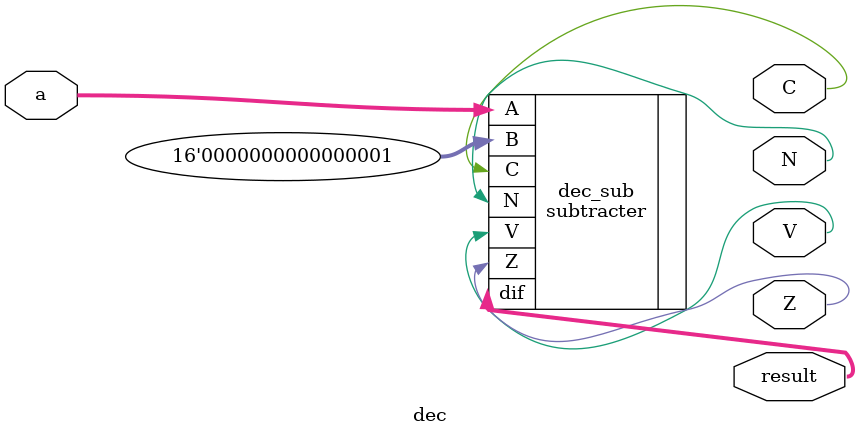
<source format=v>
`timescale 1ns / 1ps
 module dec(
  output [15:0] result,
   input [15:0] a,
   output Z,
    output N,
    output C,
    output V
);
  

subtracter dec_sub (
    .A(a),    
    .B(16'b0000000000000001),
    .dif(result),
    .Z(Z),
    .N(N),
    .C(C),
    .V(V)
);
  
endmodule
</source>
